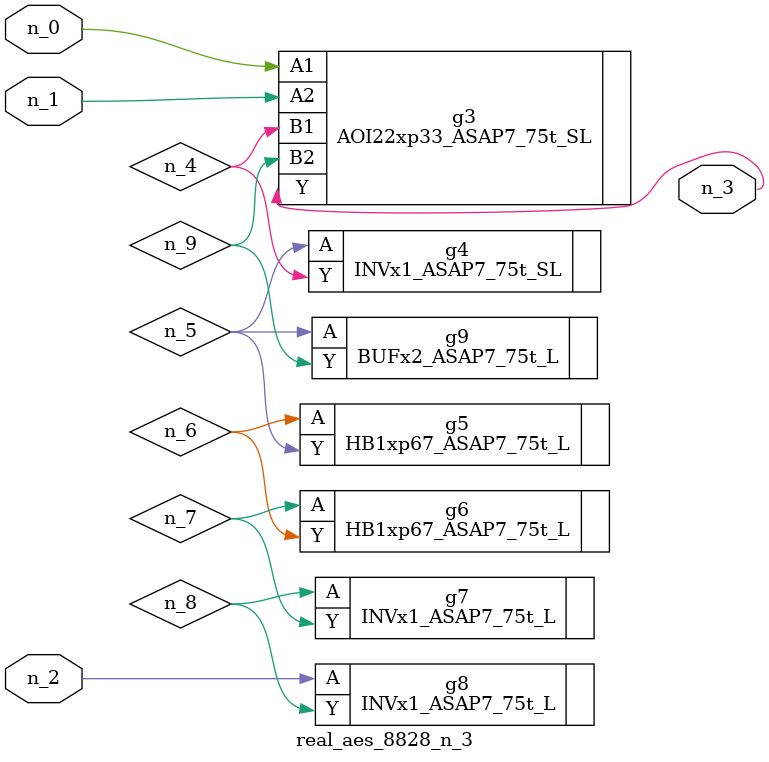
<source format=v>
module real_aes_8828_n_3 (n_0, n_2, n_1, n_3);
input n_0;
input n_2;
input n_1;
output n_3;
wire n_4;
wire n_5;
wire n_7;
wire n_9;
wire n_6;
wire n_8;
AOI22xp33_ASAP7_75t_SL g3 ( .A1(n_0), .A2(n_1), .B1(n_4), .B2(n_9), .Y(n_3) );
INVx1_ASAP7_75t_L g8 ( .A(n_2), .Y(n_8) );
INVx1_ASAP7_75t_SL g4 ( .A(n_5), .Y(n_4) );
BUFx2_ASAP7_75t_L g9 ( .A(n_5), .Y(n_9) );
HB1xp67_ASAP7_75t_L g5 ( .A(n_6), .Y(n_5) );
HB1xp67_ASAP7_75t_L g6 ( .A(n_7), .Y(n_6) );
INVx1_ASAP7_75t_L g7 ( .A(n_8), .Y(n_7) );
endmodule
</source>
